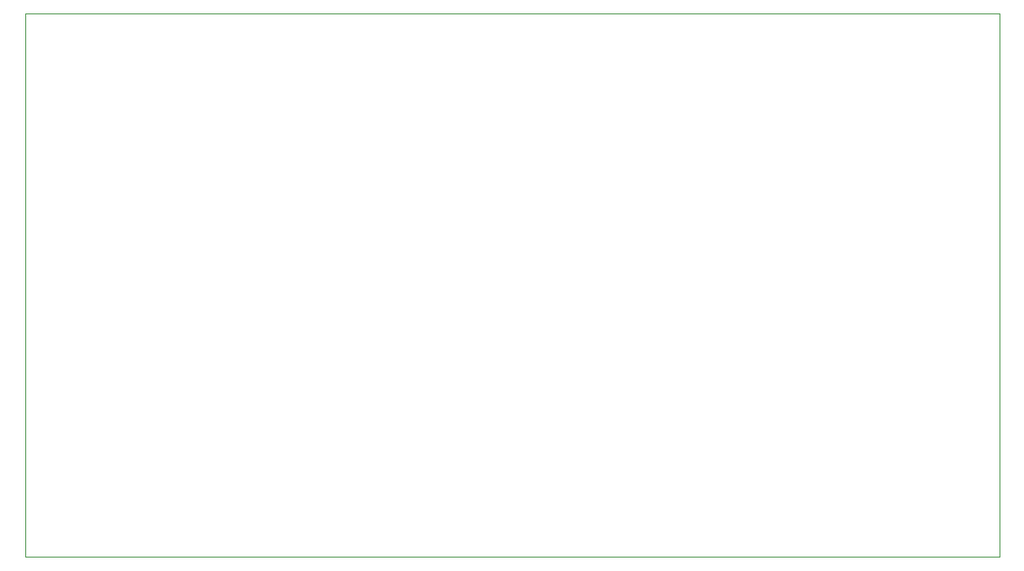
<source format=gbo>
G04 #@! TF.FileFunction,Legend,Bot*
%FSLAX46Y46*%
G04 Gerber Fmt 4.6, Leading zero omitted, Abs format (unit mm)*
G04 Created by KiCad (PCBNEW 4.0.7) date Tuesday, April 10, 2018 'PMt' 09:17:44 PM*
%MOMM*%
%LPD*%
G01*
G04 APERTURE LIST*
%ADD10C,0.100000*%
G04 APERTURE END LIST*
D10*
X115160000Y-128240000D02*
X115160000Y-73630000D01*
X212950000Y-128240000D02*
X115160000Y-128240000D01*
X212950000Y-73630000D02*
X212950000Y-128240000D01*
X115160000Y-73630000D02*
X212950000Y-73630000D01*
M02*

</source>
